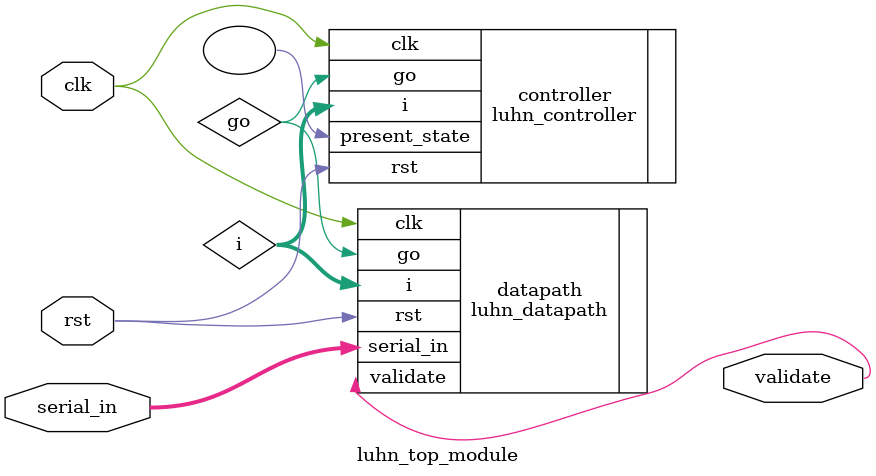
<source format=v>
/*
Top module for integrating Luhn datapath and controller.
*/
//`include "luhn_controller_corrected.v"
//`include "luhn_datapath_corrected.v"
`timescale 1ns/1ps
module luhn_top_module (
    input clk,
    input rst,
    input [3:0] serial_in,
    output validate
);

    wire go;
    wire [3:0] i;

    // Instantiate datapath module
    luhn_datapath datapath (
        .clk(clk),
        .rst(rst),
        .serial_in(serial_in),
        .i(i),
        .validate(validate),
        .go(go)
    );

    // Instantiate controller module
    luhn_controller controller (
        .clk(clk),
        .rst(rst),
        .go(go),
        .present_state(), // Optional debugging output
        .i(i)
    );

endmodule

</source>
